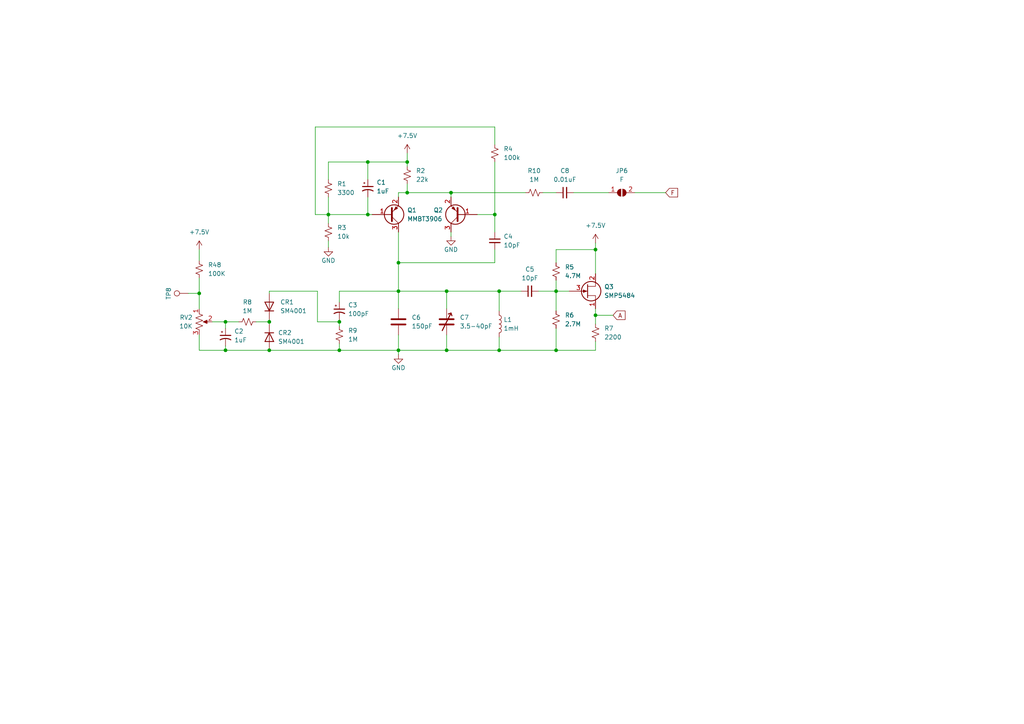
<source format=kicad_sch>
(kicad_sch (version 20211123) (generator eeschema)

  (uuid f4905a2a-dd81-4cdd-aabf-52ec1a83311c)

  (paper "A4")

  (lib_symbols
    (symbol "Connector:TestPoint" (pin_numbers hide) (pin_names (offset 0.762) hide) (in_bom yes) (on_board yes)
      (property "Reference" "TP" (id 0) (at 0 6.858 0)
        (effects (font (size 1.27 1.27)))
      )
      (property "Value" "TestPoint" (id 1) (at 0 5.08 0)
        (effects (font (size 1.27 1.27)))
      )
      (property "Footprint" "" (id 2) (at 5.08 0 0)
        (effects (font (size 1.27 1.27)) hide)
      )
      (property "Datasheet" "~" (id 3) (at 5.08 0 0)
        (effects (font (size 1.27 1.27)) hide)
      )
      (property "ki_keywords" "test point tp" (id 4) (at 0 0 0)
        (effects (font (size 1.27 1.27)) hide)
      )
      (property "ki_description" "test point" (id 5) (at 0 0 0)
        (effects (font (size 1.27 1.27)) hide)
      )
      (property "ki_fp_filters" "Pin* Test*" (id 6) (at 0 0 0)
        (effects (font (size 1.27 1.27)) hide)
      )
      (symbol "TestPoint_0_1"
        (circle (center 0 3.302) (radius 0.762)
          (stroke (width 0) (type default) (color 0 0 0 0))
          (fill (type none))
        )
      )
      (symbol "TestPoint_1_1"
        (pin passive line (at 0 0 90) (length 2.54)
          (name "1" (effects (font (size 1.27 1.27))))
          (number "1" (effects (font (size 1.27 1.27))))
        )
      )
    )
    (symbol "Device:C" (pin_numbers hide) (pin_names (offset 0.254)) (in_bom yes) (on_board yes)
      (property "Reference" "C" (id 0) (at 0.635 2.54 0)
        (effects (font (size 1.27 1.27)) (justify left))
      )
      (property "Value" "C" (id 1) (at 0.635 -2.54 0)
        (effects (font (size 1.27 1.27)) (justify left))
      )
      (property "Footprint" "" (id 2) (at 0.9652 -3.81 0)
        (effects (font (size 1.27 1.27)) hide)
      )
      (property "Datasheet" "~" (id 3) (at 0 0 0)
        (effects (font (size 1.27 1.27)) hide)
      )
      (property "ki_keywords" "cap capacitor" (id 4) (at 0 0 0)
        (effects (font (size 1.27 1.27)) hide)
      )
      (property "ki_description" "Unpolarized capacitor" (id 5) (at 0 0 0)
        (effects (font (size 1.27 1.27)) hide)
      )
      (property "ki_fp_filters" "C_*" (id 6) (at 0 0 0)
        (effects (font (size 1.27 1.27)) hide)
      )
      (symbol "C_0_1"
        (polyline
          (pts
            (xy -2.032 -0.762)
            (xy 2.032 -0.762)
          )
          (stroke (width 0.508) (type default) (color 0 0 0 0))
          (fill (type none))
        )
        (polyline
          (pts
            (xy -2.032 0.762)
            (xy 2.032 0.762)
          )
          (stroke (width 0.508) (type default) (color 0 0 0 0))
          (fill (type none))
        )
      )
      (symbol "C_1_1"
        (pin passive line (at 0 3.81 270) (length 2.794)
          (name "~" (effects (font (size 1.27 1.27))))
          (number "1" (effects (font (size 1.27 1.27))))
        )
        (pin passive line (at 0 -3.81 90) (length 2.794)
          (name "~" (effects (font (size 1.27 1.27))))
          (number "2" (effects (font (size 1.27 1.27))))
        )
      )
    )
    (symbol "Device:C_Polarized_Small_US" (pin_numbers hide) (pin_names (offset 0.254) hide) (in_bom yes) (on_board yes)
      (property "Reference" "C" (id 0) (at 0.254 1.778 0)
        (effects (font (size 1.27 1.27)) (justify left))
      )
      (property "Value" "C_Polarized_Small_US" (id 1) (at 0.254 -2.032 0)
        (effects (font (size 1.27 1.27)) (justify left))
      )
      (property "Footprint" "" (id 2) (at 0 0 0)
        (effects (font (size 1.27 1.27)) hide)
      )
      (property "Datasheet" "~" (id 3) (at 0 0 0)
        (effects (font (size 1.27 1.27)) hide)
      )
      (property "ki_keywords" "cap capacitor" (id 4) (at 0 0 0)
        (effects (font (size 1.27 1.27)) hide)
      )
      (property "ki_description" "Polarized capacitor, small US symbol" (id 5) (at 0 0 0)
        (effects (font (size 1.27 1.27)) hide)
      )
      (property "ki_fp_filters" "CP_*" (id 6) (at 0 0 0)
        (effects (font (size 1.27 1.27)) hide)
      )
      (symbol "C_Polarized_Small_US_0_1"
        (polyline
          (pts
            (xy -1.524 0.508)
            (xy 1.524 0.508)
          )
          (stroke (width 0.3048) (type default) (color 0 0 0 0))
          (fill (type none))
        )
        (polyline
          (pts
            (xy -1.27 1.524)
            (xy -0.762 1.524)
          )
          (stroke (width 0) (type default) (color 0 0 0 0))
          (fill (type none))
        )
        (polyline
          (pts
            (xy -1.016 1.27)
            (xy -1.016 1.778)
          )
          (stroke (width 0) (type default) (color 0 0 0 0))
          (fill (type none))
        )
        (arc (start 1.524 -0.762) (mid 0 -0.3734) (end -1.524 -0.762)
          (stroke (width 0.3048) (type default) (color 0 0 0 0))
          (fill (type none))
        )
      )
      (symbol "C_Polarized_Small_US_1_1"
        (pin passive line (at 0 2.54 270) (length 2.032)
          (name "~" (effects (font (size 1.27 1.27))))
          (number "1" (effects (font (size 1.27 1.27))))
        )
        (pin passive line (at 0 -2.54 90) (length 2.032)
          (name "~" (effects (font (size 1.27 1.27))))
          (number "2" (effects (font (size 1.27 1.27))))
        )
      )
    )
    (symbol "Device:C_Small" (pin_numbers hide) (pin_names (offset 0.254) hide) (in_bom yes) (on_board yes)
      (property "Reference" "C" (id 0) (at 0.254 1.778 0)
        (effects (font (size 1.27 1.27)) (justify left))
      )
      (property "Value" "C_Small" (id 1) (at 0.254 -2.032 0)
        (effects (font (size 1.27 1.27)) (justify left))
      )
      (property "Footprint" "" (id 2) (at 0 0 0)
        (effects (font (size 1.27 1.27)) hide)
      )
      (property "Datasheet" "~" (id 3) (at 0 0 0)
        (effects (font (size 1.27 1.27)) hide)
      )
      (property "ki_keywords" "capacitor cap" (id 4) (at 0 0 0)
        (effects (font (size 1.27 1.27)) hide)
      )
      (property "ki_description" "Unpolarized capacitor, small symbol" (id 5) (at 0 0 0)
        (effects (font (size 1.27 1.27)) hide)
      )
      (property "ki_fp_filters" "C_*" (id 6) (at 0 0 0)
        (effects (font (size 1.27 1.27)) hide)
      )
      (symbol "C_Small_0_1"
        (polyline
          (pts
            (xy -1.524 -0.508)
            (xy 1.524 -0.508)
          )
          (stroke (width 0.3302) (type default) (color 0 0 0 0))
          (fill (type none))
        )
        (polyline
          (pts
            (xy -1.524 0.508)
            (xy 1.524 0.508)
          )
          (stroke (width 0.3048) (type default) (color 0 0 0 0))
          (fill (type none))
        )
      )
      (symbol "C_Small_1_1"
        (pin passive line (at 0 2.54 270) (length 2.032)
          (name "~" (effects (font (size 1.27 1.27))))
          (number "1" (effects (font (size 1.27 1.27))))
        )
        (pin passive line (at 0 -2.54 90) (length 2.032)
          (name "~" (effects (font (size 1.27 1.27))))
          (number "2" (effects (font (size 1.27 1.27))))
        )
      )
    )
    (symbol "Device:C_Variable" (pin_numbers hide) (pin_names (offset 0.254) hide) (in_bom yes) (on_board yes)
      (property "Reference" "C" (id 0) (at 0.635 -1.905 0)
        (effects (font (size 1.27 1.27)) (justify left))
      )
      (property "Value" "C_Variable" (id 1) (at 0.635 -3.81 0)
        (effects (font (size 1.27 1.27)) (justify left))
      )
      (property "Footprint" "" (id 2) (at 0 0 0)
        (effects (font (size 1.27 1.27)) hide)
      )
      (property "Datasheet" "~" (id 3) (at 0 0 0)
        (effects (font (size 1.27 1.27)) hide)
      )
      (property "ki_keywords" "trimmer capacitor" (id 4) (at 0 0 0)
        (effects (font (size 1.27 1.27)) hide)
      )
      (property "ki_description" "Variable capacitor" (id 5) (at 0 0 0)
        (effects (font (size 1.27 1.27)) hide)
      )
      (symbol "C_Variable_0_1"
        (polyline
          (pts
            (xy -2.032 -0.762)
            (xy 2.032 -0.762)
          )
          (stroke (width 0.508) (type default) (color 0 0 0 0))
          (fill (type none))
        )
        (polyline
          (pts
            (xy -2.032 0.762)
            (xy 2.032 0.762)
          )
          (stroke (width 0.508) (type default) (color 0 0 0 0))
          (fill (type none))
        )
        (polyline
          (pts
            (xy 1.27 2.54)
            (xy -1.27 -2.54)
          )
          (stroke (width 0.3048) (type default) (color 0 0 0 0))
          (fill (type none))
        )
        (polyline
          (pts
            (xy 1.27 2.54)
            (xy 0.508 2.286)
          )
          (stroke (width 0.3048) (type default) (color 0 0 0 0))
          (fill (type none))
        )
        (polyline
          (pts
            (xy 1.27 2.54)
            (xy 1.524 1.778)
          )
          (stroke (width 0.3048) (type default) (color 0 0 0 0))
          (fill (type none))
        )
      )
      (symbol "C_Variable_1_1"
        (pin passive line (at 0 3.81 270) (length 3.048)
          (name "~" (effects (font (size 1.27 1.27))))
          (number "1" (effects (font (size 1.27 1.27))))
        )
        (pin passive line (at 0 -3.81 90) (length 3.048)
          (name "~" (effects (font (size 1.27 1.27))))
          (number "2" (effects (font (size 1.27 1.27))))
        )
      )
    )
    (symbol "Device:L" (pin_numbers hide) (pin_names (offset 1.016) hide) (in_bom yes) (on_board yes)
      (property "Reference" "L" (id 0) (at -1.27 0 90)
        (effects (font (size 1.27 1.27)))
      )
      (property "Value" "L" (id 1) (at 1.905 0 90)
        (effects (font (size 1.27 1.27)))
      )
      (property "Footprint" "" (id 2) (at 0 0 0)
        (effects (font (size 1.27 1.27)) hide)
      )
      (property "Datasheet" "~" (id 3) (at 0 0 0)
        (effects (font (size 1.27 1.27)) hide)
      )
      (property "ki_keywords" "inductor choke coil reactor magnetic" (id 4) (at 0 0 0)
        (effects (font (size 1.27 1.27)) hide)
      )
      (property "ki_description" "Inductor" (id 5) (at 0 0 0)
        (effects (font (size 1.27 1.27)) hide)
      )
      (property "ki_fp_filters" "Choke_* *Coil* Inductor_* L_*" (id 6) (at 0 0 0)
        (effects (font (size 1.27 1.27)) hide)
      )
      (symbol "L_0_1"
        (arc (start 0 -2.54) (mid 0.635 -1.905) (end 0 -1.27)
          (stroke (width 0) (type default) (color 0 0 0 0))
          (fill (type none))
        )
        (arc (start 0 -1.27) (mid 0.635 -0.635) (end 0 0)
          (stroke (width 0) (type default) (color 0 0 0 0))
          (fill (type none))
        )
        (arc (start 0 0) (mid 0.635 0.635) (end 0 1.27)
          (stroke (width 0) (type default) (color 0 0 0 0))
          (fill (type none))
        )
        (arc (start 0 1.27) (mid 0.635 1.905) (end 0 2.54)
          (stroke (width 0) (type default) (color 0 0 0 0))
          (fill (type none))
        )
      )
      (symbol "L_1_1"
        (pin passive line (at 0 3.81 270) (length 1.27)
          (name "1" (effects (font (size 1.27 1.27))))
          (number "1" (effects (font (size 1.27 1.27))))
        )
        (pin passive line (at 0 -3.81 90) (length 1.27)
          (name "2" (effects (font (size 1.27 1.27))))
          (number "2" (effects (font (size 1.27 1.27))))
        )
      )
    )
    (symbol "Device:Q_NJFET_SDG" (pin_names (offset 0) hide) (in_bom yes) (on_board yes)
      (property "Reference" "Q" (id 0) (at 5.08 1.27 0)
        (effects (font (size 1.27 1.27)) (justify left))
      )
      (property "Value" "Q_NJFET_SDG" (id 1) (at 5.08 -1.27 0)
        (effects (font (size 1.27 1.27)) (justify left))
      )
      (property "Footprint" "" (id 2) (at 5.08 2.54 0)
        (effects (font (size 1.27 1.27)) hide)
      )
      (property "Datasheet" "~" (id 3) (at 0 0 0)
        (effects (font (size 1.27 1.27)) hide)
      )
      (property "ki_keywords" "transistor NJFET N-JFET" (id 4) (at 0 0 0)
        (effects (font (size 1.27 1.27)) hide)
      )
      (property "ki_description" "N-JFET transistor, source/drain/gate" (id 5) (at 0 0 0)
        (effects (font (size 1.27 1.27)) hide)
      )
      (symbol "Q_NJFET_SDG_0_1"
        (polyline
          (pts
            (xy 0.254 1.905)
            (xy 0.254 -1.905)
            (xy 0.254 -1.905)
          )
          (stroke (width 0.254) (type default) (color 0 0 0 0))
          (fill (type none))
        )
        (polyline
          (pts
            (xy 2.54 -2.54)
            (xy 2.54 -1.27)
            (xy 0.254 -1.27)
          )
          (stroke (width 0) (type default) (color 0 0 0 0))
          (fill (type none))
        )
        (polyline
          (pts
            (xy 2.54 2.54)
            (xy 2.54 1.397)
            (xy 0.254 1.397)
          )
          (stroke (width 0) (type default) (color 0 0 0 0))
          (fill (type none))
        )
        (polyline
          (pts
            (xy 0 0)
            (xy -1.016 0.381)
            (xy -1.016 -0.381)
            (xy 0 0)
          )
          (stroke (width 0) (type default) (color 0 0 0 0))
          (fill (type outline))
        )
        (circle (center 1.27 0) (radius 2.8194)
          (stroke (width 0.254) (type default) (color 0 0 0 0))
          (fill (type none))
        )
      )
      (symbol "Q_NJFET_SDG_1_1"
        (pin passive line (at 2.54 -5.08 90) (length 2.54)
          (name "S" (effects (font (size 1.27 1.27))))
          (number "1" (effects (font (size 1.27 1.27))))
        )
        (pin passive line (at 2.54 5.08 270) (length 2.54)
          (name "D" (effects (font (size 1.27 1.27))))
          (number "2" (effects (font (size 1.27 1.27))))
        )
        (pin input line (at -5.08 0 0) (length 5.334)
          (name "G" (effects (font (size 1.27 1.27))))
          (number "3" (effects (font (size 1.27 1.27))))
        )
      )
    )
    (symbol "Device:R_Potentiometer_US" (pin_names (offset 1.016) hide) (in_bom yes) (on_board yes)
      (property "Reference" "RV" (id 0) (at -4.445 0 90)
        (effects (font (size 1.27 1.27)))
      )
      (property "Value" "R_Potentiometer_US" (id 1) (at -2.54 0 90)
        (effects (font (size 1.27 1.27)))
      )
      (property "Footprint" "" (id 2) (at 0 0 0)
        (effects (font (size 1.27 1.27)) hide)
      )
      (property "Datasheet" "~" (id 3) (at 0 0 0)
        (effects (font (size 1.27 1.27)) hide)
      )
      (property "ki_keywords" "resistor variable" (id 4) (at 0 0 0)
        (effects (font (size 1.27 1.27)) hide)
      )
      (property "ki_description" "Potentiometer, US symbol" (id 5) (at 0 0 0)
        (effects (font (size 1.27 1.27)) hide)
      )
      (property "ki_fp_filters" "Potentiometer*" (id 6) (at 0 0 0)
        (effects (font (size 1.27 1.27)) hide)
      )
      (symbol "R_Potentiometer_US_0_1"
        (polyline
          (pts
            (xy 0 -2.286)
            (xy 0 -2.54)
          )
          (stroke (width 0) (type default) (color 0 0 0 0))
          (fill (type none))
        )
        (polyline
          (pts
            (xy 0 2.54)
            (xy 0 2.286)
          )
          (stroke (width 0) (type default) (color 0 0 0 0))
          (fill (type none))
        )
        (polyline
          (pts
            (xy 2.54 0)
            (xy 1.524 0)
          )
          (stroke (width 0) (type default) (color 0 0 0 0))
          (fill (type none))
        )
        (polyline
          (pts
            (xy 1.143 0)
            (xy 2.286 0.508)
            (xy 2.286 -0.508)
            (xy 1.143 0)
          )
          (stroke (width 0) (type default) (color 0 0 0 0))
          (fill (type outline))
        )
        (polyline
          (pts
            (xy 0 -0.762)
            (xy 1.016 -1.143)
            (xy 0 -1.524)
            (xy -1.016 -1.905)
            (xy 0 -2.286)
          )
          (stroke (width 0) (type default) (color 0 0 0 0))
          (fill (type none))
        )
        (polyline
          (pts
            (xy 0 0.762)
            (xy 1.016 0.381)
            (xy 0 0)
            (xy -1.016 -0.381)
            (xy 0 -0.762)
          )
          (stroke (width 0) (type default) (color 0 0 0 0))
          (fill (type none))
        )
        (polyline
          (pts
            (xy 0 2.286)
            (xy 1.016 1.905)
            (xy 0 1.524)
            (xy -1.016 1.143)
            (xy 0 0.762)
          )
          (stroke (width 0) (type default) (color 0 0 0 0))
          (fill (type none))
        )
      )
      (symbol "R_Potentiometer_US_1_1"
        (pin passive line (at 0 3.81 270) (length 1.27)
          (name "1" (effects (font (size 1.27 1.27))))
          (number "1" (effects (font (size 1.27 1.27))))
        )
        (pin passive line (at 3.81 0 180) (length 1.27)
          (name "2" (effects (font (size 1.27 1.27))))
          (number "2" (effects (font (size 1.27 1.27))))
        )
        (pin passive line (at 0 -3.81 90) (length 1.27)
          (name "3" (effects (font (size 1.27 1.27))))
          (number "3" (effects (font (size 1.27 1.27))))
        )
      )
    )
    (symbol "Device:R_Small_US" (pin_numbers hide) (pin_names (offset 0.254) hide) (in_bom yes) (on_board yes)
      (property "Reference" "R" (id 0) (at 0.762 0.508 0)
        (effects (font (size 1.27 1.27)) (justify left))
      )
      (property "Value" "R_Small_US" (id 1) (at 0.762 -1.016 0)
        (effects (font (size 1.27 1.27)) (justify left))
      )
      (property "Footprint" "" (id 2) (at 0 0 0)
        (effects (font (size 1.27 1.27)) hide)
      )
      (property "Datasheet" "~" (id 3) (at 0 0 0)
        (effects (font (size 1.27 1.27)) hide)
      )
      (property "ki_keywords" "r resistor" (id 4) (at 0 0 0)
        (effects (font (size 1.27 1.27)) hide)
      )
      (property "ki_description" "Resistor, small US symbol" (id 5) (at 0 0 0)
        (effects (font (size 1.27 1.27)) hide)
      )
      (property "ki_fp_filters" "R_*" (id 6) (at 0 0 0)
        (effects (font (size 1.27 1.27)) hide)
      )
      (symbol "R_Small_US_1_1"
        (polyline
          (pts
            (xy 0 0)
            (xy 1.016 -0.381)
            (xy 0 -0.762)
            (xy -1.016 -1.143)
            (xy 0 -1.524)
          )
          (stroke (width 0) (type default) (color 0 0 0 0))
          (fill (type none))
        )
        (polyline
          (pts
            (xy 0 1.524)
            (xy 1.016 1.143)
            (xy 0 0.762)
            (xy -1.016 0.381)
            (xy 0 0)
          )
          (stroke (width 0) (type default) (color 0 0 0 0))
          (fill (type none))
        )
        (pin passive line (at 0 2.54 270) (length 1.016)
          (name "~" (effects (font (size 1.27 1.27))))
          (number "1" (effects (font (size 1.27 1.27))))
        )
        (pin passive line (at 0 -2.54 90) (length 1.016)
          (name "~" (effects (font (size 1.27 1.27))))
          (number "2" (effects (font (size 1.27 1.27))))
        )
      )
    )
    (symbol "Diode:SM4001" (pin_numbers hide) (pin_names (offset 1.016) hide) (in_bom yes) (on_board yes)
      (property "Reference" "D" (id 0) (at 0 2.54 0)
        (effects (font (size 1.27 1.27)))
      )
      (property "Value" "SM4001" (id 1) (at 0 -2.54 0)
        (effects (font (size 1.27 1.27)))
      )
      (property "Footprint" "Diode_SMD:D_MELF" (id 2) (at 0 -4.445 0)
        (effects (font (size 1.27 1.27)) hide)
      )
      (property "Datasheet" "http://cdn-reichelt.de/documents/datenblatt/A400/SMD1N400%23DIO.pdf" (id 3) (at 0 0 0)
        (effects (font (size 1.27 1.27)) hide)
      )
      (property "ki_keywords" "diode" (id 4) (at 0 0 0)
        (effects (font (size 1.27 1.27)) hide)
      )
      (property "ki_description" "50V 1A General Purpose Rectifier Diode, MELF" (id 5) (at 0 0 0)
        (effects (font (size 1.27 1.27)) hide)
      )
      (property "ki_fp_filters" "D*MELF*" (id 6) (at 0 0 0)
        (effects (font (size 1.27 1.27)) hide)
      )
      (symbol "SM4001_0_1"
        (polyline
          (pts
            (xy -1.27 1.27)
            (xy -1.27 -1.27)
          )
          (stroke (width 0.254) (type default) (color 0 0 0 0))
          (fill (type none))
        )
        (polyline
          (pts
            (xy 1.27 0)
            (xy -1.27 0)
          )
          (stroke (width 0) (type default) (color 0 0 0 0))
          (fill (type none))
        )
        (polyline
          (pts
            (xy 1.27 1.27)
            (xy 1.27 -1.27)
            (xy -1.27 0)
            (xy 1.27 1.27)
          )
          (stroke (width 0.254) (type default) (color 0 0 0 0))
          (fill (type none))
        )
      )
      (symbol "SM4001_1_1"
        (pin passive line (at -3.81 0 0) (length 2.54)
          (name "K" (effects (font (size 1.27 1.27))))
          (number "1" (effects (font (size 1.27 1.27))))
        )
        (pin passive line (at 3.81 0 180) (length 2.54)
          (name "A" (effects (font (size 1.27 1.27))))
          (number "2" (effects (font (size 1.27 1.27))))
        )
      )
    )
    (symbol "Jumper:SolderJumper_2_Open" (pin_names (offset 0) hide) (in_bom yes) (on_board yes)
      (property "Reference" "JP" (id 0) (at 0 2.032 0)
        (effects (font (size 1.27 1.27)))
      )
      (property "Value" "SolderJumper_2_Open" (id 1) (at 0 -2.54 0)
        (effects (font (size 1.27 1.27)))
      )
      (property "Footprint" "" (id 2) (at 0 0 0)
        (effects (font (size 1.27 1.27)) hide)
      )
      (property "Datasheet" "~" (id 3) (at 0 0 0)
        (effects (font (size 1.27 1.27)) hide)
      )
      (property "ki_keywords" "solder jumper SPST" (id 4) (at 0 0 0)
        (effects (font (size 1.27 1.27)) hide)
      )
      (property "ki_description" "Solder Jumper, 2-pole, open" (id 5) (at 0 0 0)
        (effects (font (size 1.27 1.27)) hide)
      )
      (property "ki_fp_filters" "SolderJumper*Open*" (id 6) (at 0 0 0)
        (effects (font (size 1.27 1.27)) hide)
      )
      (symbol "SolderJumper_2_Open_0_1"
        (arc (start -0.254 1.016) (mid -1.27 0) (end -0.254 -1.016)
          (stroke (width 0) (type default) (color 0 0 0 0))
          (fill (type none))
        )
        (arc (start -0.254 1.016) (mid -1.27 0) (end -0.254 -1.016)
          (stroke (width 0) (type default) (color 0 0 0 0))
          (fill (type outline))
        )
        (polyline
          (pts
            (xy -0.254 1.016)
            (xy -0.254 -1.016)
          )
          (stroke (width 0) (type default) (color 0 0 0 0))
          (fill (type none))
        )
        (polyline
          (pts
            (xy 0.254 1.016)
            (xy 0.254 -1.016)
          )
          (stroke (width 0) (type default) (color 0 0 0 0))
          (fill (type none))
        )
        (arc (start 0.254 -1.016) (mid 1.27 0) (end 0.254 1.016)
          (stroke (width 0) (type default) (color 0 0 0 0))
          (fill (type none))
        )
        (arc (start 0.254 -1.016) (mid 1.27 0) (end 0.254 1.016)
          (stroke (width 0) (type default) (color 0 0 0 0))
          (fill (type outline))
        )
      )
      (symbol "SolderJumper_2_Open_1_1"
        (pin passive line (at -3.81 0 0) (length 2.54)
          (name "A" (effects (font (size 1.27 1.27))))
          (number "1" (effects (font (size 1.27 1.27))))
        )
        (pin passive line (at 3.81 0 180) (length 2.54)
          (name "B" (effects (font (size 1.27 1.27))))
          (number "2" (effects (font (size 1.27 1.27))))
        )
      )
    )
    (symbol "Transistor_BJT:MMBT3906" (pin_names (offset 0) hide) (in_bom yes) (on_board yes)
      (property "Reference" "Q" (id 0) (at 5.08 1.905 0)
        (effects (font (size 1.27 1.27)) (justify left))
      )
      (property "Value" "MMBT3906" (id 1) (at 5.08 0 0)
        (effects (font (size 1.27 1.27)) (justify left))
      )
      (property "Footprint" "Package_TO_SOT_SMD:SOT-23" (id 2) (at 5.08 -1.905 0)
        (effects (font (size 1.27 1.27) italic) (justify left) hide)
      )
      (property "Datasheet" "https://www.onsemi.com/pub/Collateral/2N3906-D.PDF" (id 3) (at 0 0 0)
        (effects (font (size 1.27 1.27)) (justify left) hide)
      )
      (property "ki_keywords" "PNP Transistor" (id 4) (at 0 0 0)
        (effects (font (size 1.27 1.27)) hide)
      )
      (property "ki_description" "-0.2A Ic, -40V Vce, Small Signal PNP Transistor, SOT-23" (id 5) (at 0 0 0)
        (effects (font (size 1.27 1.27)) hide)
      )
      (property "ki_fp_filters" "SOT?23*" (id 6) (at 0 0 0)
        (effects (font (size 1.27 1.27)) hide)
      )
      (symbol "MMBT3906_0_1"
        (polyline
          (pts
            (xy 0.635 0.635)
            (xy 2.54 2.54)
          )
          (stroke (width 0) (type default) (color 0 0 0 0))
          (fill (type none))
        )
        (polyline
          (pts
            (xy 0.635 -0.635)
            (xy 2.54 -2.54)
            (xy 2.54 -2.54)
          )
          (stroke (width 0) (type default) (color 0 0 0 0))
          (fill (type none))
        )
        (polyline
          (pts
            (xy 0.635 1.905)
            (xy 0.635 -1.905)
            (xy 0.635 -1.905)
          )
          (stroke (width 0.508) (type default) (color 0 0 0 0))
          (fill (type none))
        )
        (polyline
          (pts
            (xy 2.286 -1.778)
            (xy 1.778 -2.286)
            (xy 1.27 -1.27)
            (xy 2.286 -1.778)
            (xy 2.286 -1.778)
          )
          (stroke (width 0) (type default) (color 0 0 0 0))
          (fill (type outline))
        )
        (circle (center 1.27 0) (radius 2.8194)
          (stroke (width 0.254) (type default) (color 0 0 0 0))
          (fill (type none))
        )
      )
      (symbol "MMBT3906_1_1"
        (pin input line (at -5.08 0 0) (length 5.715)
          (name "B" (effects (font (size 1.27 1.27))))
          (number "1" (effects (font (size 1.27 1.27))))
        )
        (pin passive line (at 2.54 -5.08 90) (length 2.54)
          (name "E" (effects (font (size 1.27 1.27))))
          (number "2" (effects (font (size 1.27 1.27))))
        )
        (pin passive line (at 2.54 5.08 270) (length 2.54)
          (name "C" (effects (font (size 1.27 1.27))))
          (number "3" (effects (font (size 1.27 1.27))))
        )
      )
    )
    (symbol "power:+7.5V" (power) (pin_names (offset 0)) (in_bom yes) (on_board yes)
      (property "Reference" "#PWR" (id 0) (at 0 -3.81 0)
        (effects (font (size 1.27 1.27)) hide)
      )
      (property "Value" "+7.5V" (id 1) (at 0 3.556 0)
        (effects (font (size 1.27 1.27)))
      )
      (property "Footprint" "" (id 2) (at 0 0 0)
        (effects (font (size 1.27 1.27)) hide)
      )
      (property "Datasheet" "" (id 3) (at 0 0 0)
        (effects (font (size 1.27 1.27)) hide)
      )
      (property "ki_keywords" "power-flag" (id 4) (at 0 0 0)
        (effects (font (size 1.27 1.27)) hide)
      )
      (property "ki_description" "Power symbol creates a global label with name \"+7.5V\"" (id 5) (at 0 0 0)
        (effects (font (size 1.27 1.27)) hide)
      )
      (symbol "+7.5V_0_1"
        (polyline
          (pts
            (xy -0.762 1.27)
            (xy 0 2.54)
          )
          (stroke (width 0) (type default) (color 0 0 0 0))
          (fill (type none))
        )
        (polyline
          (pts
            (xy 0 0)
            (xy 0 2.54)
          )
          (stroke (width 0) (type default) (color 0 0 0 0))
          (fill (type none))
        )
        (polyline
          (pts
            (xy 0 2.54)
            (xy 0.762 1.27)
          )
          (stroke (width 0) (type default) (color 0 0 0 0))
          (fill (type none))
        )
      )
      (symbol "+7.5V_1_1"
        (pin power_in line (at 0 0 90) (length 0) hide
          (name "+7.5V" (effects (font (size 1.27 1.27))))
          (number "1" (effects (font (size 1.27 1.27))))
        )
      )
    )
    (symbol "power:GND" (power) (pin_names (offset 0)) (in_bom yes) (on_board yes)
      (property "Reference" "#PWR" (id 0) (at 0 -6.35 0)
        (effects (font (size 1.27 1.27)) hide)
      )
      (property "Value" "GND" (id 1) (at 0 -3.81 0)
        (effects (font (size 1.27 1.27)))
      )
      (property "Footprint" "" (id 2) (at 0 0 0)
        (effects (font (size 1.27 1.27)) hide)
      )
      (property "Datasheet" "" (id 3) (at 0 0 0)
        (effects (font (size 1.27 1.27)) hide)
      )
      (property "ki_keywords" "power-flag" (id 4) (at 0 0 0)
        (effects (font (size 1.27 1.27)) hide)
      )
      (property "ki_description" "Power symbol creates a global label with name \"GND\" , ground" (id 5) (at 0 0 0)
        (effects (font (size 1.27 1.27)) hide)
      )
      (symbol "GND_0_1"
        (polyline
          (pts
            (xy 0 0)
            (xy 0 -1.27)
            (xy 1.27 -1.27)
            (xy 0 -2.54)
            (xy -1.27 -1.27)
            (xy 0 -1.27)
          )
          (stroke (width 0) (type default) (color 0 0 0 0))
          (fill (type none))
        )
      )
      (symbol "GND_1_1"
        (pin power_in line (at 0 0 270) (length 0) hide
          (name "GND" (effects (font (size 1.27 1.27))))
          (number "1" (effects (font (size 1.27 1.27))))
        )
      )
    )
  )

  (junction (at 115.57 84.455) (diameter 0) (color 0 0 0 0)
    (uuid 130fd428-2951-4938-97c9-58585a5b8325)
  )
  (junction (at 98.425 101.6) (diameter 0) (color 0 0 0 0)
    (uuid 1d03985d-6e37-4fcd-b452-29c14b56bd2f)
  )
  (junction (at 118.11 46.99) (diameter 0) (color 0 0 0 0)
    (uuid 2bccbaba-3a4a-4228-92c2-0d8f69fb96c8)
  )
  (junction (at 65.405 101.6) (diameter 0) (color 0 0 0 0)
    (uuid 2f1525c4-29c7-4816-bbb6-1c950f2eb2d1)
  )
  (junction (at 161.29 101.6) (diameter 0) (color 0 0 0 0)
    (uuid 35327e2a-e7d2-4ef5-a81e-64adfa681e9a)
  )
  (junction (at 65.405 93.345) (diameter 0) (color 0 0 0 0)
    (uuid 381837ea-038c-4a8b-89df-5ab4a4dcbdc6)
  )
  (junction (at 98.425 93.345) (diameter 0) (color 0 0 0 0)
    (uuid 3dca5ba7-d836-43c3-b8ba-c250a43be3b3)
  )
  (junction (at 95.25 62.23) (diameter 0) (color 0 0 0 0)
    (uuid 41e4fa15-8fdc-4d56-b7d2-d343ca47717a)
  )
  (junction (at 172.72 72.39) (diameter 0) (color 0 0 0 0)
    (uuid 57e056c7-b820-4a5a-9768-5305a5747475)
  )
  (junction (at 106.68 46.99) (diameter 0) (color 0 0 0 0)
    (uuid 621a9df4-ff47-4224-bf9b-e5b5b95f79dd)
  )
  (junction (at 118.11 55.88) (diameter 0) (color 0 0 0 0)
    (uuid 6db7b496-e0ee-4264-9705-a42a3744b4d6)
  )
  (junction (at 172.72 91.44) (diameter 0) (color 0 0 0 0)
    (uuid 75f7c74d-d8d1-439b-b709-0889c02cb94b)
  )
  (junction (at 106.68 62.23) (diameter 0) (color 0 0 0 0)
    (uuid 7a495ff0-a6cc-4734-808e-39526ebabd63)
  )
  (junction (at 115.57 76.2) (diameter 0) (color 0 0 0 0)
    (uuid 8e12c717-3f31-4006-a458-c25b44b85ca4)
  )
  (junction (at 144.78 84.455) (diameter 0) (color 0 0 0 0)
    (uuid 8e8c0f0a-015d-414c-bcba-2da4f1597f7f)
  )
  (junction (at 115.57 101.6) (diameter 0) (color 0 0 0 0)
    (uuid 8edd092a-1221-4bb0-a86c-680c438f2e79)
  )
  (junction (at 78.105 101.6) (diameter 0) (color 0 0 0 0)
    (uuid 9f6cb614-27a5-49a3-91b7-7050fc427f64)
  )
  (junction (at 57.785 85.09) (diameter 0) (color 0 0 0 0)
    (uuid aaebd466-b2ac-4d01-913b-95b858e83cf5)
  )
  (junction (at 144.78 101.6) (diameter 0) (color 0 0 0 0)
    (uuid abf8e084-ca77-4d9a-b361-55b8f6814bb5)
  )
  (junction (at 143.51 62.23) (diameter 0) (color 0 0 0 0)
    (uuid c18135a3-2a61-46a7-99d9-5e61d23c68b2)
  )
  (junction (at 130.81 55.88) (diameter 0) (color 0 0 0 0)
    (uuid d043c5d2-8eaa-42f2-beb0-9d7d25039635)
  )
  (junction (at 161.29 84.455) (diameter 0) (color 0 0 0 0)
    (uuid d504cb38-d7f1-4aaf-a4d9-03cfda6081aa)
  )
  (junction (at 78.105 93.345) (diameter 0) (color 0 0 0 0)
    (uuid f3eba5b1-1557-403b-9f1d-8511c9597cfe)
  )
  (junction (at 129.54 84.455) (diameter 0) (color 0 0 0 0)
    (uuid f93e84e0-1a9f-4d22-8a43-ee7a5223443a)
  )
  (junction (at 129.54 101.6) (diameter 0) (color 0 0 0 0)
    (uuid febae4bc-3d0c-4981-b175-9072e648cbbf)
  )

  (wire (pts (xy 65.405 93.345) (xy 69.215 93.345))
    (stroke (width 0) (type default) (color 0 0 0 0))
    (uuid 019e469d-d0ef-47dd-996b-c27a3147c520)
  )
  (wire (pts (xy 138.43 62.23) (xy 143.51 62.23))
    (stroke (width 0) (type default) (color 0 0 0 0))
    (uuid 01ea9988-e178-45e9-a0e8-494f073ad77b)
  )
  (wire (pts (xy 144.78 101.6) (xy 161.29 101.6))
    (stroke (width 0) (type default) (color 0 0 0 0))
    (uuid 01f42995-927f-40ed-981c-b60c7ef89e51)
  )
  (wire (pts (xy 54.61 85.09) (xy 57.785 85.09))
    (stroke (width 0) (type default) (color 0 0 0 0))
    (uuid 08d7905f-363a-4c51-99aa-886d1bb5115f)
  )
  (wire (pts (xy 118.11 44.45) (xy 118.11 46.99))
    (stroke (width 0) (type default) (color 0 0 0 0))
    (uuid 0f2289ae-aeb8-4ec3-9c17-e9d32a9183c1)
  )
  (wire (pts (xy 95.25 62.23) (xy 95.25 64.77))
    (stroke (width 0) (type default) (color 0 0 0 0))
    (uuid 145319dd-84a0-44cb-946d-493c25bfd847)
  )
  (wire (pts (xy 95.25 46.99) (xy 106.68 46.99))
    (stroke (width 0) (type default) (color 0 0 0 0))
    (uuid 16502411-99ca-4160-8f7a-ec8f190bb0a6)
  )
  (wire (pts (xy 95.25 69.85) (xy 95.25 71.755))
    (stroke (width 0) (type default) (color 0 0 0 0))
    (uuid 1a824619-bfac-491b-bc30-e596844267e7)
  )
  (wire (pts (xy 98.425 99.695) (xy 98.425 101.6))
    (stroke (width 0) (type default) (color 0 0 0 0))
    (uuid 1c04b7f1-568a-4a25-bdd2-a984c6378ddb)
  )
  (wire (pts (xy 78.105 92.71) (xy 78.105 93.345))
    (stroke (width 0) (type default) (color 0 0 0 0))
    (uuid 1c66ee77-18e3-4d7c-8906-e134b8a80e7f)
  )
  (wire (pts (xy 115.57 97.155) (xy 115.57 101.6))
    (stroke (width 0) (type default) (color 0 0 0 0))
    (uuid 22489dd4-d0da-4a1c-b345-95adaab645a7)
  )
  (wire (pts (xy 61.595 93.345) (xy 65.405 93.345))
    (stroke (width 0) (type default) (color 0 0 0 0))
    (uuid 22b56763-d02a-4d30-a685-571509c6f6cd)
  )
  (wire (pts (xy 161.29 76.2) (xy 161.29 72.39))
    (stroke (width 0) (type default) (color 0 0 0 0))
    (uuid 29787636-aded-4aba-a2c9-18072cdfb0ed)
  )
  (wire (pts (xy 143.51 62.23) (xy 143.51 67.31))
    (stroke (width 0) (type default) (color 0 0 0 0))
    (uuid 2ef2d1be-213d-4a98-bf55-dd2fac0959ce)
  )
  (wire (pts (xy 143.51 46.99) (xy 143.51 62.23))
    (stroke (width 0) (type default) (color 0 0 0 0))
    (uuid 30c8db13-7b96-4007-bb31-71314ba16650)
  )
  (wire (pts (xy 115.57 101.6) (xy 129.54 101.6))
    (stroke (width 0) (type default) (color 0 0 0 0))
    (uuid 3192eb52-242a-44cf-8b4b-861df875230b)
  )
  (wire (pts (xy 98.425 92.71) (xy 98.425 93.345))
    (stroke (width 0) (type default) (color 0 0 0 0))
    (uuid 35baf8c9-815f-4f78-9d35-245e914132f9)
  )
  (wire (pts (xy 106.68 46.99) (xy 106.68 52.07))
    (stroke (width 0) (type default) (color 0 0 0 0))
    (uuid 3e4f41d9-0c58-45dd-9890-8e98ee0a8c22)
  )
  (wire (pts (xy 78.105 84.455) (xy 78.105 85.09))
    (stroke (width 0) (type default) (color 0 0 0 0))
    (uuid 4376714b-8b2d-4c09-896d-42d2cb90fd59)
  )
  (wire (pts (xy 161.29 101.6) (xy 172.72 101.6))
    (stroke (width 0) (type default) (color 0 0 0 0))
    (uuid 444aee9b-03e9-489c-a6c5-02d4e9155188)
  )
  (wire (pts (xy 106.68 57.15) (xy 106.68 62.23))
    (stroke (width 0) (type default) (color 0 0 0 0))
    (uuid 44513ac9-6028-4e65-8198-5d4b820015bd)
  )
  (wire (pts (xy 98.425 93.345) (xy 98.425 94.615))
    (stroke (width 0) (type default) (color 0 0 0 0))
    (uuid 483c5370-95f8-414c-992b-9f84268234c3)
  )
  (wire (pts (xy 95.25 46.99) (xy 95.25 52.07))
    (stroke (width 0) (type default) (color 0 0 0 0))
    (uuid 4f09c303-078b-49ef-ae3b-088120a4e474)
  )
  (wire (pts (xy 65.405 93.345) (xy 65.405 95.25))
    (stroke (width 0) (type default) (color 0 0 0 0))
    (uuid 5400ff11-6cfc-45c7-ada4-df7a2fda2999)
  )
  (wire (pts (xy 57.785 85.09) (xy 57.785 89.535))
    (stroke (width 0) (type default) (color 0 0 0 0))
    (uuid 590e9245-8db6-436a-aed5-d7a64852c36c)
  )
  (wire (pts (xy 78.105 93.345) (xy 78.105 93.98))
    (stroke (width 0) (type default) (color 0 0 0 0))
    (uuid 592c2e48-5426-4941-a3c0-4422c1ecb0b8)
  )
  (wire (pts (xy 118.11 55.88) (xy 118.11 53.34))
    (stroke (width 0) (type default) (color 0 0 0 0))
    (uuid 5fff51e6-1574-4d13-8243-67769fa5cbf4)
  )
  (wire (pts (xy 57.785 80.645) (xy 57.785 85.09))
    (stroke (width 0) (type default) (color 0 0 0 0))
    (uuid 62a8128b-3517-48f0-bba2-f6870998a4b9)
  )
  (wire (pts (xy 91.44 36.83) (xy 91.44 62.23))
    (stroke (width 0) (type default) (color 0 0 0 0))
    (uuid 63f1c3b8-0d65-46c9-b7ce-3e7945ab2635)
  )
  (wire (pts (xy 172.72 101.6) (xy 172.72 99.06))
    (stroke (width 0) (type default) (color 0 0 0 0))
    (uuid 712caf5d-1182-462d-a2cf-4c70ae7f1726)
  )
  (wire (pts (xy 144.78 101.6) (xy 129.54 101.6))
    (stroke (width 0) (type default) (color 0 0 0 0))
    (uuid 72f97b3a-f143-42e4-b412-111819003a16)
  )
  (wire (pts (xy 106.68 46.99) (xy 118.11 46.99))
    (stroke (width 0) (type default) (color 0 0 0 0))
    (uuid 73230432-7cf6-4c25-8c3f-04323ed2c412)
  )
  (wire (pts (xy 172.72 89.535) (xy 172.72 91.44))
    (stroke (width 0) (type default) (color 0 0 0 0))
    (uuid 740d4a74-f5a3-4112-9a23-fd952bc1f0db)
  )
  (wire (pts (xy 98.425 84.455) (xy 115.57 84.455))
    (stroke (width 0) (type default) (color 0 0 0 0))
    (uuid 77039f04-239a-406e-8568-5d95d6ce0c09)
  )
  (wire (pts (xy 156.21 84.455) (xy 161.29 84.455))
    (stroke (width 0) (type default) (color 0 0 0 0))
    (uuid 7de4d256-a198-4e90-a59a-23591601c74a)
  )
  (wire (pts (xy 57.785 101.6) (xy 65.405 101.6))
    (stroke (width 0) (type default) (color 0 0 0 0))
    (uuid 82b3188d-a13d-44c4-9b06-6d9928bec9f0)
  )
  (wire (pts (xy 157.48 55.88) (xy 161.29 55.88))
    (stroke (width 0) (type default) (color 0 0 0 0))
    (uuid 83b9364b-7e16-4e37-97f8-47c63f3bd238)
  )
  (wire (pts (xy 161.29 72.39) (xy 172.72 72.39))
    (stroke (width 0) (type default) (color 0 0 0 0))
    (uuid 84a622a3-8a9e-4e08-8832-9c40e41870dc)
  )
  (wire (pts (xy 91.44 62.23) (xy 95.25 62.23))
    (stroke (width 0) (type default) (color 0 0 0 0))
    (uuid 84f2d881-2646-41a7-b39e-b7447cdbcdae)
  )
  (wire (pts (xy 115.57 55.88) (xy 118.11 55.88))
    (stroke (width 0) (type default) (color 0 0 0 0))
    (uuid 85278292-42b4-4af2-b122-a50a1a550ead)
  )
  (wire (pts (xy 98.425 93.345) (xy 92.075 93.345))
    (stroke (width 0) (type default) (color 0 0 0 0))
    (uuid 857ad2e1-927d-453f-86d8-2a6c9233c7dc)
  )
  (wire (pts (xy 74.295 93.345) (xy 78.105 93.345))
    (stroke (width 0) (type default) (color 0 0 0 0))
    (uuid 871a9da6-5ccc-4abd-b2e4-d3ffd00909e8)
  )
  (wire (pts (xy 172.72 91.44) (xy 177.8 91.44))
    (stroke (width 0) (type default) (color 0 0 0 0))
    (uuid 885094a5-d0c5-44b2-97c8-92076fc1dec7)
  )
  (wire (pts (xy 130.81 57.15) (xy 130.81 55.88))
    (stroke (width 0) (type default) (color 0 0 0 0))
    (uuid 88c15c6c-af77-4131-bac1-d54e1a0e3e5f)
  )
  (wire (pts (xy 130.81 55.88) (xy 152.4 55.88))
    (stroke (width 0) (type default) (color 0 0 0 0))
    (uuid 892a9cf3-094a-4084-9a34-d1738c4432c6)
  )
  (wire (pts (xy 161.29 95.25) (xy 161.29 101.6))
    (stroke (width 0) (type default) (color 0 0 0 0))
    (uuid 8bbb3b1a-8bb7-4050-97a1-b4553a8cbc3a)
  )
  (wire (pts (xy 129.54 84.455) (xy 129.54 89.535))
    (stroke (width 0) (type default) (color 0 0 0 0))
    (uuid 8c83f2b5-2178-4ad8-b63c-83611f5f3274)
  )
  (wire (pts (xy 92.075 84.455) (xy 78.105 84.455))
    (stroke (width 0) (type default) (color 0 0 0 0))
    (uuid 8d8d3f36-6c9a-4ecc-81bb-580891a2a8fb)
  )
  (wire (pts (xy 78.105 101.6) (xy 98.425 101.6))
    (stroke (width 0) (type default) (color 0 0 0 0))
    (uuid 8efefa1c-8b0a-4f92-ba4f-f268eddd946e)
  )
  (wire (pts (xy 65.405 100.33) (xy 65.405 101.6))
    (stroke (width 0) (type default) (color 0 0 0 0))
    (uuid 9041d7df-6119-4200-959c-0574e91fb55f)
  )
  (wire (pts (xy 115.57 101.6) (xy 115.57 102.87))
    (stroke (width 0) (type default) (color 0 0 0 0))
    (uuid 91190d8a-c74d-4adb-887e-134c943530fb)
  )
  (wire (pts (xy 92.075 93.345) (xy 92.075 84.455))
    (stroke (width 0) (type default) (color 0 0 0 0))
    (uuid 926c2c36-f214-4c37-b034-c3d4dc693285)
  )
  (wire (pts (xy 115.57 84.455) (xy 115.57 89.535))
    (stroke (width 0) (type default) (color 0 0 0 0))
    (uuid 9720c454-8f7a-4894-98f3-321fbf3ab085)
  )
  (wire (pts (xy 161.29 84.455) (xy 165.1 84.455))
    (stroke (width 0) (type default) (color 0 0 0 0))
    (uuid 984084f4-803f-4a29-a6ac-41c531317b55)
  )
  (wire (pts (xy 172.72 91.44) (xy 172.72 93.98))
    (stroke (width 0) (type default) (color 0 0 0 0))
    (uuid 9b1f5769-9b68-4d6c-a556-93367c54e521)
  )
  (wire (pts (xy 115.57 57.15) (xy 115.57 55.88))
    (stroke (width 0) (type default) (color 0 0 0 0))
    (uuid 9f31286b-e769-48af-a2bf-61cfbeca8bda)
  )
  (wire (pts (xy 118.11 55.88) (xy 130.81 55.88))
    (stroke (width 0) (type default) (color 0 0 0 0))
    (uuid a0bc41f0-b577-4369-b616-23e427568ec8)
  )
  (wire (pts (xy 57.785 72.39) (xy 57.785 75.565))
    (stroke (width 0) (type default) (color 0 0 0 0))
    (uuid a23f4683-79cc-487a-9451-2e46f7ebdeab)
  )
  (wire (pts (xy 172.72 72.39) (xy 172.72 70.485))
    (stroke (width 0) (type default) (color 0 0 0 0))
    (uuid a284b4ae-33a5-4afb-9c88-2fb32033caf2)
  )
  (wire (pts (xy 144.78 84.455) (xy 151.13 84.455))
    (stroke (width 0) (type default) (color 0 0 0 0))
    (uuid a547e962-f380-44cd-900f-7ffa751b43f4)
  )
  (wire (pts (xy 98.425 87.63) (xy 98.425 84.455))
    (stroke (width 0) (type default) (color 0 0 0 0))
    (uuid a89747e1-f0c3-441d-ab9e-cced6dd5509a)
  )
  (wire (pts (xy 129.54 97.155) (xy 129.54 101.6))
    (stroke (width 0) (type default) (color 0 0 0 0))
    (uuid aaa731b4-48f4-4235-a09f-cb7ed32bdd52)
  )
  (wire (pts (xy 143.51 72.39) (xy 143.51 76.2))
    (stroke (width 0) (type default) (color 0 0 0 0))
    (uuid ae25d380-5e56-4a6b-9ba4-549805ba9bd7)
  )
  (wire (pts (xy 130.81 67.31) (xy 130.81 68.58))
    (stroke (width 0) (type default) (color 0 0 0 0))
    (uuid af1af5bd-a66f-4895-bf23-00668c39b871)
  )
  (wire (pts (xy 98.425 101.6) (xy 115.57 101.6))
    (stroke (width 0) (type default) (color 0 0 0 0))
    (uuid be010ac3-1871-4eff-82b8-62bf1601b0ce)
  )
  (wire (pts (xy 118.11 46.99) (xy 118.11 48.26))
    (stroke (width 0) (type default) (color 0 0 0 0))
    (uuid bf516c05-986d-4e27-9707-e1e0f1ab9411)
  )
  (wire (pts (xy 172.72 72.39) (xy 172.72 79.375))
    (stroke (width 0) (type default) (color 0 0 0 0))
    (uuid c1f63d87-7469-4f67-aef4-7fae8db6681c)
  )
  (wire (pts (xy 161.29 84.455) (xy 161.29 90.17))
    (stroke (width 0) (type default) (color 0 0 0 0))
    (uuid c3978223-4a4f-467f-998d-a89057a08a4c)
  )
  (wire (pts (xy 65.405 101.6) (xy 78.105 101.6))
    (stroke (width 0) (type default) (color 0 0 0 0))
    (uuid c91fa368-3fdb-4f2f-a71b-aff9368ba93b)
  )
  (wire (pts (xy 144.78 84.455) (xy 144.78 90.17))
    (stroke (width 0) (type default) (color 0 0 0 0))
    (uuid cac3469d-e4a9-4524-893e-0d5ad3950ca7)
  )
  (wire (pts (xy 143.51 36.83) (xy 143.51 41.91))
    (stroke (width 0) (type default) (color 0 0 0 0))
    (uuid d03fa709-ca94-4a11-a122-1c8222bc2184)
  )
  (wire (pts (xy 106.68 62.23) (xy 107.95 62.23))
    (stroke (width 0) (type default) (color 0 0 0 0))
    (uuid d8f0bb70-5fe1-4422-ad30-b0eb382e1252)
  )
  (wire (pts (xy 144.78 97.79) (xy 144.78 101.6))
    (stroke (width 0) (type default) (color 0 0 0 0))
    (uuid de7175dc-744b-417d-98bd-1ee1451c81c9)
  )
  (wire (pts (xy 166.37 55.88) (xy 176.53 55.88))
    (stroke (width 0) (type default) (color 0 0 0 0))
    (uuid ded0831f-5761-4f12-83c6-ecf8be9e9093)
  )
  (wire (pts (xy 91.44 36.83) (xy 143.51 36.83))
    (stroke (width 0) (type default) (color 0 0 0 0))
    (uuid e048ea8f-a6ab-4989-8ac4-4bace9d73174)
  )
  (wire (pts (xy 129.54 84.455) (xy 144.78 84.455))
    (stroke (width 0) (type default) (color 0 0 0 0))
    (uuid e0ae65cb-c9cb-40af-bfc4-3577a16bd69a)
  )
  (wire (pts (xy 115.57 67.31) (xy 115.57 76.2))
    (stroke (width 0) (type default) (color 0 0 0 0))
    (uuid e0c04b5d-16cc-4332-a745-8e048fb60f40)
  )
  (wire (pts (xy 115.57 84.455) (xy 129.54 84.455))
    (stroke (width 0) (type default) (color 0 0 0 0))
    (uuid e11795c9-8b9a-484e-9de0-264fdf8a5a4f)
  )
  (wire (pts (xy 106.68 62.23) (xy 95.25 62.23))
    (stroke (width 0) (type default) (color 0 0 0 0))
    (uuid e2f0c024-8df6-474d-ac2c-e54da3f0ec40)
  )
  (wire (pts (xy 115.57 76.2) (xy 115.57 84.455))
    (stroke (width 0) (type default) (color 0 0 0 0))
    (uuid ebc0b299-122f-4884-aa72-5b152456b170)
  )
  (wire (pts (xy 161.29 84.455) (xy 161.29 81.28))
    (stroke (width 0) (type default) (color 0 0 0 0))
    (uuid f2d260c4-bb7c-40d9-a055-9b4e6318fca8)
  )
  (wire (pts (xy 184.15 55.88) (xy 193.04 55.88))
    (stroke (width 0) (type default) (color 0 0 0 0))
    (uuid f4d2fb30-590d-4a16-b5ff-a1e048cc4f58)
  )
  (wire (pts (xy 95.25 57.15) (xy 95.25 62.23))
    (stroke (width 0) (type default) (color 0 0 0 0))
    (uuid f4f552b8-e366-4b4c-a0f2-999403b8ec48)
  )
  (wire (pts (xy 143.51 76.2) (xy 115.57 76.2))
    (stroke (width 0) (type default) (color 0 0 0 0))
    (uuid f75f78da-1b82-4789-97e3-005e2bf6af49)
  )
  (wire (pts (xy 57.785 97.155) (xy 57.785 101.6))
    (stroke (width 0) (type default) (color 0 0 0 0))
    (uuid fa49958b-5863-4c64-b1c5-029de897516f)
  )

  (global_label "A" (shape input) (at 177.8 91.44 0) (fields_autoplaced)
    (effects (font (size 1.27 1.27)) (justify left))
    (uuid 25f6c46f-b675-4754-83b5-d82920bf226b)
    (property "Intersheet References" "${INTERSHEET_REFS}" (id 0) (at 181.3017 91.3606 0)
      (effects (font (size 1.27 1.27)) (justify left) hide)
    )
  )
  (global_label "F" (shape input) (at 193.04 55.88 0) (fields_autoplaced)
    (effects (font (size 1.27 1.27)) (justify left))
    (uuid c36aacdb-7089-40d0-8d12-93e769b9f8be)
    (property "Intersheet References" "${INTERSHEET_REFS}" (id 0) (at 196.5417 55.8006 0)
      (effects (font (size 1.27 1.27)) (justify left) hide)
    )
  )

  (symbol (lib_id "Device:C_Polarized_Small_US") (at 106.68 54.61 0) (unit 1)
    (in_bom yes) (on_board yes) (fields_autoplaced)
    (uuid 079650f6-7b15-4583-a56d-4a0c0a7675a2)
    (property "Reference" "C1" (id 0) (at 109.22 52.9081 0)
      (effects (font (size 1.27 1.27)) (justify left))
    )
    (property "Value" "1uF" (id 1) (at 109.22 55.4481 0)
      (effects (font (size 1.27 1.27)) (justify left))
    )
    (property "Footprint" "Capacitor_Tantalum_SMD:CP_EIA-2012-12_Kemet-R_Pad1.30x1.05mm_HandSolder" (id 2) (at 106.68 54.61 0)
      (effects (font (size 1.27 1.27)) hide)
    )
    (property "Datasheet" "https://www.mouser.com/ProductDetail/74-TMCP1E105KTRF" (id 3) (at 106.68 54.61 0)
      (effects (font (size 1.27 1.27)) hide)
    )
    (pin "1" (uuid a54fa457-d04e-4037-be7e-003fb81e7d49))
    (pin "2" (uuid e201ed62-ac42-4bab-b1eb-4e790291f809))
  )

  (symbol (lib_id "power:GND") (at 115.57 102.87 0) (unit 1)
    (in_bom yes) (on_board yes) (fields_autoplaced)
    (uuid 0c413c27-39d8-4356-896c-cd5c34ce664e)
    (property "Reference" "#PWR0102" (id 0) (at 115.57 109.22 0)
      (effects (font (size 1.27 1.27)) hide)
    )
    (property "Value" "GND" (id 1) (at 115.57 106.68 0))
    (property "Footprint" "" (id 2) (at 115.57 102.87 0)
      (effects (font (size 1.27 1.27)) hide)
    )
    (property "Datasheet" "" (id 3) (at 115.57 102.87 0)
      (effects (font (size 1.27 1.27)) hide)
    )
    (pin "1" (uuid 92eea534-5cce-4685-b2d4-1a3cb5dd0fbe))
  )

  (symbol (lib_id "Device:R_Small_US") (at 143.51 44.45 0) (unit 1)
    (in_bom yes) (on_board yes) (fields_autoplaced)
    (uuid 158f5a0a-5fc8-48ab-a010-70a210edd7d6)
    (property "Reference" "R4" (id 0) (at 146.05 43.1799 0)
      (effects (font (size 1.27 1.27)) (justify left))
    )
    (property "Value" "100k" (id 1) (at 146.05 45.7199 0)
      (effects (font (size 1.27 1.27)) (justify left))
    )
    (property "Footprint" "Resistor_SMD:R_0603_1608Metric" (id 2) (at 143.51 44.45 0)
      (effects (font (size 1.27 1.27)) hide)
    )
    (property "Datasheet" "https://www.mouser.com/ProductDetail/603-RC0603FR-07100KL" (id 3) (at 143.51 44.45 0)
      (effects (font (size 1.27 1.27)) hide)
    )
    (pin "1" (uuid a99acf50-4380-4d2b-9dfc-cdf9c3952534))
    (pin "2" (uuid 393c33b4-492f-4b43-a6cf-861f62ca4b51))
  )

  (symbol (lib_id "Device:C_Small") (at 143.51 69.85 0) (unit 1)
    (in_bom yes) (on_board yes) (fields_autoplaced)
    (uuid 190b135f-8da2-40ab-9080-bd9922010fad)
    (property "Reference" "C4" (id 0) (at 146.05 68.5862 0)
      (effects (font (size 1.27 1.27)) (justify left))
    )
    (property "Value" "10pF" (id 1) (at 146.05 71.1262 0)
      (effects (font (size 1.27 1.27)) (justify left))
    )
    (property "Footprint" "Capacitor_SMD:C_0603_1608Metric" (id 2) (at 143.51 69.85 0)
      (effects (font (size 1.27 1.27)) hide)
    )
    (property "Datasheet" "https://www.mouser.com/ProductDetail/80-C0603C100K3RAUTO" (id 3) (at 143.51 69.85 0)
      (effects (font (size 1.27 1.27)) hide)
    )
    (pin "1" (uuid 6c948cdd-071f-4741-b384-c07d6c1a728f))
    (pin "2" (uuid d64ff53a-7e16-45f5-8f68-a91a4bd01a6e))
  )

  (symbol (lib_id "Transistor_BJT:MMBT3906") (at 113.03 62.23 0) (mirror x) (unit 1)
    (in_bom yes) (on_board yes) (fields_autoplaced)
    (uuid 1e955383-91c5-4b0c-888c-956ceec475d7)
    (property "Reference" "Q1" (id 0) (at 118.11 60.9599 0)
      (effects (font (size 1.27 1.27)) (justify left))
    )
    (property "Value" "MMBT3906" (id 1) (at 118.11 63.4999 0)
      (effects (font (size 1.27 1.27)) (justify left))
    )
    (property "Footprint" "Package_TO_SOT_SMD:SOT-23" (id 2) (at 118.11 60.325 0)
      (effects (font (size 1.27 1.27) italic) (justify left) hide)
    )
    (property "Datasheet" "https://www.mouser.com/ProductDetail/726-MMBT3906LT1" (id 3) (at 113.03 62.23 0)
      (effects (font (size 1.27 1.27)) (justify left) hide)
    )
    (pin "1" (uuid ef3d54cd-7086-4e1f-8285-35b1fda3094d))
    (pin "2" (uuid bed4ae3e-60cd-48c6-b43a-bfbfca9e746b))
    (pin "3" (uuid 99744520-962e-4c58-b50e-3409d0b27cc9))
  )

  (symbol (lib_id "Device:R_Small_US") (at 57.785 78.105 0) (unit 1)
    (in_bom yes) (on_board yes) (fields_autoplaced)
    (uuid 260aeea4-c9f2-4b78-85e1-ffdb95b01d27)
    (property "Reference" "R48" (id 0) (at 60.325 76.8349 0)
      (effects (font (size 1.27 1.27)) (justify left))
    )
    (property "Value" "100K" (id 1) (at 60.325 79.3749 0)
      (effects (font (size 1.27 1.27)) (justify left))
    )
    (property "Footprint" "Resistor_SMD:R_0603_1608Metric" (id 2) (at 57.785 78.105 0)
      (effects (font (size 1.27 1.27)) hide)
    )
    (property "Datasheet" "https://www.mouser.com/ProductDetail/603-RC0603FR-07100KL" (id 3) (at 57.785 78.105 0)
      (effects (font (size 1.27 1.27)) hide)
    )
    (pin "1" (uuid fbe3140f-7680-4258-9b9b-70d5b998c92c))
    (pin "2" (uuid 80994382-2d22-415d-a8ce-40cc0811d615))
  )

  (symbol (lib_id "Device:C") (at 115.57 93.345 0) (unit 1)
    (in_bom yes) (on_board yes) (fields_autoplaced)
    (uuid 2d263d36-7890-43e4-a741-55e982ac3bcc)
    (property "Reference" "C6" (id 0) (at 119.38 92.0749 0)
      (effects (font (size 1.27 1.27)) (justify left))
    )
    (property "Value" "150pF" (id 1) (at 119.38 94.6149 0)
      (effects (font (size 1.27 1.27)) (justify left))
    )
    (property "Footprint" "Capacitor_SMD:C_1210_3225Metric_Pad1.33x2.70mm_HandSolder" (id 2) (at 116.5352 97.155 0)
      (effects (font (size 1.27 1.27)) hide)
    )
    (property "Datasheet" "https://www.mouser.com/ProductDetail/598-MC12FA151J-F" (id 3) (at 115.57 93.345 0)
      (effects (font (size 1.27 1.27)) hide)
    )
    (pin "1" (uuid 1acc566a-cf62-4a56-a523-2395ad2fba36))
    (pin "2" (uuid 9afdd549-7b88-4ad6-990d-5760bc10c7cc))
  )

  (symbol (lib_id "Device:Q_NJFET_SDG") (at 170.18 84.455 0) (unit 1)
    (in_bom yes) (on_board yes) (fields_autoplaced)
    (uuid 4e90ad4d-8ef6-4eb9-8c9b-fbb0527f5a31)
    (property "Reference" "Q3" (id 0) (at 175.26 83.1849 0)
      (effects (font (size 1.27 1.27)) (justify left))
    )
    (property "Value" "SMP5484" (id 1) (at 175.26 85.7249 0)
      (effects (font (size 1.27 1.27)) (justify left))
    )
    (property "Footprint" "Package_TO_SOT_SMD:SOT-23" (id 2) (at 175.26 81.915 0)
      (effects (font (size 1.27 1.27)) hide)
    )
    (property "Datasheet" "https://www.mouser.com/ProductDetail/106-SMP5484" (id 3) (at 170.18 84.455 0)
      (effects (font (size 1.27 1.27)) hide)
    )
    (pin "1" (uuid 13a078ea-61c4-4b6a-841b-70f1077999bb))
    (pin "2" (uuid 9f5b9887-cf62-47b1-9d38-4078066db410))
    (pin "3" (uuid 1c23f1f3-62e6-4e05-8e99-4f6af564355b))
  )

  (symbol (lib_id "power:+7.5V") (at 118.11 44.45 0) (unit 1)
    (in_bom yes) (on_board yes)
    (uuid 4f0ca07b-7f8e-4b67-8c52-4b25c0355740)
    (property "Reference" "#PWR0105" (id 0) (at 118.11 48.26 0)
      (effects (font (size 1.27 1.27)) hide)
    )
    (property "Value" "+7.5V" (id 1) (at 118.11 39.37 0))
    (property "Footprint" "" (id 2) (at 118.11 44.45 0)
      (effects (font (size 1.27 1.27)) hide)
    )
    (property "Datasheet" "" (id 3) (at 118.11 44.45 0)
      (effects (font (size 1.27 1.27)) hide)
    )
    (pin "1" (uuid fdccdeef-fb10-43ba-bc92-6fbeb7da9040))
  )

  (symbol (lib_id "Device:C_Small") (at 153.67 84.455 90) (unit 1)
    (in_bom yes) (on_board yes) (fields_autoplaced)
    (uuid 4fed0823-d822-4c79-a47a-c4828512b269)
    (property "Reference" "C5" (id 0) (at 153.6763 78.105 90))
    (property "Value" "10pF" (id 1) (at 153.6763 80.645 90))
    (property "Footprint" "Capacitor_SMD:C_0603_1608Metric" (id 2) (at 153.67 84.455 0)
      (effects (font (size 1.27 1.27)) hide)
    )
    (property "Datasheet" "https://www.mouser.com/ProductDetail/80-C0603C100K3RAUTO" (id 3) (at 153.67 84.455 0)
      (effects (font (size 1.27 1.27)) hide)
    )
    (pin "1" (uuid a6396f8a-3b68-4a53-8fab-881f1b4a3ae6))
    (pin "2" (uuid 59244cb7-4cf1-4697-9ce9-f1223829039c))
  )

  (symbol (lib_id "Connector:TestPoint") (at 54.61 85.09 90) (unit 1)
    (in_bom yes) (on_board yes)
    (uuid 5448fd92-3152-47c1-9406-29c74c6f1eb8)
    (property "Reference" "TP8" (id 0) (at 48.895 86.995 0)
      (effects (font (size 1.27 1.27)) (justify left))
    )
    (property "Value" "TestPoint" (id 1) (at 52.5779 83.185 0)
      (effects (font (size 1.27 1.27)) (justify left) hide)
    )
    (property "Footprint" "TestPoint:TestPoint_Loop_D1.80mm_Drill1.0mm_Beaded" (id 2) (at 54.61 80.01 0)
      (effects (font (size 1.27 1.27)) hide)
    )
    (property "Datasheet" "https://www.mouser.com/ProductDetail/Keystone-Electronics/5002" (id 3) (at 54.61 80.01 0)
      (effects (font (size 1.27 1.27)) hide)
    )
    (pin "1" (uuid 18185500-33d9-4299-bc88-646507b54a85))
  )

  (symbol (lib_id "Device:C_Polarized_Small_US") (at 98.425 90.17 0) (unit 1)
    (in_bom yes) (on_board yes) (fields_autoplaced)
    (uuid 5b2fb9fc-00ca-4c47-b696-b8068a21aed2)
    (property "Reference" "C3" (id 0) (at 100.965 88.4681 0)
      (effects (font (size 1.27 1.27)) (justify left))
    )
    (property "Value" "100pF" (id 1) (at 100.965 91.0081 0)
      (effects (font (size 1.27 1.27)) (justify left))
    )
    (property "Footprint" "Capacitor_SMD:C_0603_1608Metric" (id 2) (at 98.425 90.17 0)
      (effects (font (size 1.27 1.27)) hide)
    )
    (property "Datasheet" "https://www.mouser.com/ProductDetail/80-C0603C101K8RAUTO" (id 3) (at 98.425 90.17 0)
      (effects (font (size 1.27 1.27)) hide)
    )
    (pin "1" (uuid f992d39e-fe79-42cf-8a0c-fd2341d0ea83))
    (pin "2" (uuid 702d8ab6-7852-4235-915b-9886a251c424))
  )

  (symbol (lib_id "Diode:SM4001") (at 78.105 88.9 90) (unit 1)
    (in_bom yes) (on_board yes) (fields_autoplaced)
    (uuid 5e5cf686-af7f-4c02-8ad9-d1f5d7e51b07)
    (property "Reference" "CR1" (id 0) (at 81.28 87.6299 90)
      (effects (font (size 1.27 1.27)) (justify right))
    )
    (property "Value" "SM4001" (id 1) (at 81.28 90.1699 90)
      (effects (font (size 1.27 1.27)) (justify right))
    )
    (property "Footprint" "Diode_SMD:D_MELF" (id 2) (at 82.55 88.9 0)
      (effects (font (size 1.27 1.27)) hide)
    )
    (property "Datasheet" "https://www.mouser.com/ProductDetail/637-SM4001" (id 3) (at 78.105 88.9 0)
      (effects (font (size 1.27 1.27)) hide)
    )
    (pin "1" (uuid 7394b172-343a-46c6-8835-1f05696d8785))
    (pin "2" (uuid 56fc2cf0-7755-47de-bb04-402e1694f52d))
  )

  (symbol (lib_id "Device:R_Potentiometer_US") (at 57.785 93.345 0) (unit 1)
    (in_bom yes) (on_board yes) (fields_autoplaced)
    (uuid 642f87a0-49fc-436d-bdb1-08ab669c2fc8)
    (property "Reference" "RV2" (id 0) (at 55.88 92.0749 0)
      (effects (font (size 1.27 1.27)) (justify right))
    )
    (property "Value" "10K" (id 1) (at 55.88 94.6149 0)
      (effects (font (size 1.27 1.27)) (justify right))
    )
    (property "Footprint" "Theremin:PTV09A3015FB103" (id 2) (at 57.785 93.345 0)
      (effects (font (size 1.27 1.27)) hide)
    )
    (property "Datasheet" "https://www.mouser.com/ProductDetail/652-PTV09A-3015FB103" (id 3) (at 57.785 93.345 0)
      (effects (font (size 1.27 1.27)) hide)
    )
    (pin "1" (uuid 566c245d-9224-4e9d-bc76-c8bc61f42526))
    (pin "2" (uuid b217022c-a8d1-4797-b5fa-e7a8d2bd64b9))
    (pin "3" (uuid 00a5b930-06ed-46e7-bdb0-f5248e38b8f4))
  )

  (symbol (lib_id "Device:R_Small_US") (at 154.94 55.88 90) (unit 1)
    (in_bom yes) (on_board yes) (fields_autoplaced)
    (uuid 677a4dab-9fcb-43d9-a005-76f5e7b4adad)
    (property "Reference" "R10" (id 0) (at 154.94 49.53 90))
    (property "Value" "1M" (id 1) (at 154.94 52.07 90))
    (property "Footprint" "Resistor_SMD:R_0603_1608Metric" (id 2) (at 154.94 55.88 0)
      (effects (font (size 1.27 1.27)) hide)
    )
    (property "Datasheet" "https://www.mouser.com/ProductDetail/603-AC0603FR-071ML" (id 3) (at 154.94 55.88 0)
      (effects (font (size 1.27 1.27)) hide)
    )
    (pin "1" (uuid ef42dd01-722c-4595-9d62-682619bec8d2))
    (pin "2" (uuid 63d80326-7a0f-4a3c-b57c-41db71bbb2b6))
  )

  (symbol (lib_id "Device:R_Small_US") (at 95.25 54.61 0) (unit 1)
    (in_bom yes) (on_board yes) (fields_autoplaced)
    (uuid 742e530a-d65d-4405-850d-0b8eb1cae84a)
    (property "Reference" "R1" (id 0) (at 97.79 53.3399 0)
      (effects (font (size 1.27 1.27)) (justify left))
    )
    (property "Value" "3300" (id 1) (at 97.79 55.8799 0)
      (effects (font (size 1.27 1.27)) (justify left))
    )
    (property "Footprint" "Resistor_SMD:R_0603_1608Metric" (id 2) (at 95.25 54.61 0)
      (effects (font (size 1.27 1.27)) hide)
    )
    (property "Datasheet" "https://www.mouser.com/ProductDetail/603-RC0603FR-103K3L" (id 3) (at 95.25 54.61 0)
      (effects (font (size 1.27 1.27)) hide)
    )
    (pin "1" (uuid a8436acb-4545-4794-a003-ee93207a599b))
    (pin "2" (uuid edef79ed-b105-4b39-ab0c-e2517531d0d8))
  )

  (symbol (lib_id "Device:R_Small_US") (at 71.755 93.345 90) (unit 1)
    (in_bom yes) (on_board yes) (fields_autoplaced)
    (uuid 82f21d9e-232b-4ebe-b0c7-0fba2adc952e)
    (property "Reference" "R8" (id 0) (at 71.755 87.63 90))
    (property "Value" "1M" (id 1) (at 71.755 90.17 90))
    (property "Footprint" "Resistor_SMD:R_0603_1608Metric" (id 2) (at 71.755 93.345 0)
      (effects (font (size 1.27 1.27)) hide)
    )
    (property "Datasheet" "https://www.mouser.com/ProductDetail/603-AC0603FR-071ML" (id 3) (at 71.755 93.345 0)
      (effects (font (size 1.27 1.27)) hide)
    )
    (pin "1" (uuid 414ccf2d-eba9-4652-b2a5-15708ffec77e))
    (pin "2" (uuid bb5ccae0-5d84-41bb-9f2a-558851067387))
  )

  (symbol (lib_id "Device:C_Polarized_Small_US") (at 65.405 97.79 0) (unit 1)
    (in_bom yes) (on_board yes) (fields_autoplaced)
    (uuid 915ff320-079d-478d-a462-3d6778dc736c)
    (property "Reference" "C2" (id 0) (at 67.945 96.0881 0)
      (effects (font (size 1.27 1.27)) (justify left))
    )
    (property "Value" "1uF" (id 1) (at 67.945 98.6281 0)
      (effects (font (size 1.27 1.27)) (justify left))
    )
    (property "Footprint" "Capacitor_Tantalum_SMD:CP_EIA-2012-12_Kemet-R_Pad1.30x1.05mm_HandSolder" (id 2) (at 65.405 97.79 0)
      (effects (font (size 1.27 1.27)) hide)
    )
    (property "Datasheet" "https://www.mouser.com/ProductDetail/74-TMCP1E105KTRF" (id 3) (at 65.405 97.79 0)
      (effects (font (size 1.27 1.27)) hide)
    )
    (pin "1" (uuid 95ee2e0b-d587-4499-bfd4-652bdfd406ce))
    (pin "2" (uuid f68219f4-18e5-4aa7-baed-998174955713))
  )

  (symbol (lib_id "Device:R_Small_US") (at 118.11 50.8 180) (unit 1)
    (in_bom yes) (on_board yes) (fields_autoplaced)
    (uuid 919f8699-0b30-4fab-bb9b-160ca8c124aa)
    (property "Reference" "R2" (id 0) (at 120.65 49.5299 0)
      (effects (font (size 1.27 1.27)) (justify right))
    )
    (property "Value" "22k" (id 1) (at 120.65 52.0699 0)
      (effects (font (size 1.27 1.27)) (justify right))
    )
    (property "Footprint" "Resistor_SMD:R_0603_1608Metric" (id 2) (at 118.11 50.8 0)
      (effects (font (size 1.27 1.27)) hide)
    )
    (property "Datasheet" "https://www.mouser.com/ProductDetail/603-RC0603FR-0722KL" (id 3) (at 118.11 50.8 0)
      (effects (font (size 1.27 1.27)) hide)
    )
    (pin "1" (uuid 3538f2f1-7b46-4db6-9944-38c067e5415b))
    (pin "2" (uuid 511d6a08-37a9-40a0-84ea-afc96019a7c3))
  )

  (symbol (lib_id "Device:L") (at 144.78 93.98 0) (unit 1)
    (in_bom yes) (on_board yes)
    (uuid 9649ab76-a634-4b42-98a3-9a30eb7acfc3)
    (property "Reference" "L1" (id 0) (at 146.05 92.7099 0)
      (effects (font (size 1.27 1.27)) (justify left))
    )
    (property "Value" "1mH" (id 1) (at 146.05 95.2499 0)
      (effects (font (size 1.27 1.27)) (justify left))
    )
    (property "Footprint" "Theremin:Delevan_5022R" (id 2) (at 144.78 93.98 0)
      (effects (font (size 1.27 1.27)) hide)
    )
    (property "Datasheet" "https://www.mouser.com/ProductDetail/807-5022R-102J" (id 3) (at 144.78 93.98 0)
      (effects (font (size 1.27 1.27)) hide)
    )
    (pin "1" (uuid 8b886856-bb85-458c-90db-d90e1af165f9))
    (pin "2" (uuid baea2d27-e8fb-4d16-b321-9d3fef17c17c))
  )

  (symbol (lib_id "Device:C_Variable") (at 129.54 93.345 0) (unit 1)
    (in_bom yes) (on_board yes) (fields_autoplaced)
    (uuid 975af7ae-ce17-4722-a9db-5b00c4d402fd)
    (property "Reference" "C7" (id 0) (at 133.35 92.0749 0)
      (effects (font (size 1.27 1.27)) (justify left))
    )
    (property "Value" "3.5-40pF" (id 1) (at 133.35 94.6149 0)
      (effects (font (size 1.27 1.27)) (justify left))
    )
    (property "Footprint" "Theremin:CAPV_JZ400" (id 2) (at 129.54 93.345 0)
      (effects (font (size 1.27 1.27)) hide)
    )
    (property "Datasheet" "https://www.mouser.com/ProductDetail/768-JZ400" (id 3) (at 129.54 93.345 0)
      (effects (font (size 1.27 1.27)) hide)
    )
    (pin "1" (uuid 0748cf2b-d30a-4863-bdcd-d4398a4a1e61))
    (pin "2" (uuid 828ff4fe-03f7-48b2-ae72-e34a4a4e3ccb))
  )

  (symbol (lib_id "Device:R_Small_US") (at 95.25 67.31 0) (unit 1)
    (in_bom yes) (on_board yes) (fields_autoplaced)
    (uuid a02830ec-fb88-4e52-a6d3-e64be27b9be6)
    (property "Reference" "R3" (id 0) (at 97.79 66.0399 0)
      (effects (font (size 1.27 1.27)) (justify left))
    )
    (property "Value" "10k" (id 1) (at 97.79 68.5799 0)
      (effects (font (size 1.27 1.27)) (justify left))
    )
    (property "Footprint" "Resistor_SMD:R_0603_1608Metric" (id 2) (at 95.25 67.31 0)
      (effects (font (size 1.27 1.27)) hide)
    )
    (property "Datasheet" "https://www.mouser.com/ProductDetail/603-RC0603FR-0710KL" (id 3) (at 95.25 67.31 0)
      (effects (font (size 1.27 1.27)) hide)
    )
    (pin "1" (uuid 7624b665-a804-4ff5-9f1c-2cb7deab31cf))
    (pin "2" (uuid bb74d8a2-75fe-4035-ab08-d8fbc39bf362))
  )

  (symbol (lib_id "Device:R_Small_US") (at 98.425 97.155 0) (unit 1)
    (in_bom yes) (on_board yes) (fields_autoplaced)
    (uuid a32f37c5-d7d0-48bf-92f5-d71de1b055ae)
    (property "Reference" "R9" (id 0) (at 100.965 95.8849 0)
      (effects (font (size 1.27 1.27)) (justify left))
    )
    (property "Value" "1M" (id 1) (at 100.965 98.4249 0)
      (effects (font (size 1.27 1.27)) (justify left))
    )
    (property "Footprint" "Resistor_SMD:R_0603_1608Metric" (id 2) (at 98.425 97.155 0)
      (effects (font (size 1.27 1.27)) hide)
    )
    (property "Datasheet" "https://www.mouser.com/ProductDetail/603-AC0603FR-071ML" (id 3) (at 98.425 97.155 0)
      (effects (font (size 1.27 1.27)) hide)
    )
    (pin "1" (uuid 49173006-0313-4a36-8708-04fbe1e8c533))
    (pin "2" (uuid 69681a2d-a1bc-43d3-bf88-58a90ce36a43))
  )

  (symbol (lib_id "Device:R_Small_US") (at 161.29 78.74 0) (unit 1)
    (in_bom yes) (on_board yes) (fields_autoplaced)
    (uuid b820f8ba-2cb3-4eae-ba84-aa50cc8883a6)
    (property "Reference" "R5" (id 0) (at 163.83 77.4699 0)
      (effects (font (size 1.27 1.27)) (justify left))
    )
    (property "Value" "4.7M" (id 1) (at 163.83 80.0099 0)
      (effects (font (size 1.27 1.27)) (justify left))
    )
    (property "Footprint" "Resistor_SMD:R_0603_1608Metric" (id 2) (at 161.29 78.74 0)
      (effects (font (size 1.27 1.27)) hide)
    )
    (property "Datasheet" "https://www.mouser.com/ProductDetail/603-AC0603FR-074M7L" (id 3) (at 161.29 78.74 0)
      (effects (font (size 1.27 1.27)) hide)
    )
    (pin "1" (uuid 41c23257-4512-4649-bc3a-8127237e9b98))
    (pin "2" (uuid 459ed0cf-1e7a-4f6d-a42d-5762babe96cf))
  )

  (symbol (lib_id "Device:R_Small_US") (at 161.29 92.71 0) (unit 1)
    (in_bom yes) (on_board yes) (fields_autoplaced)
    (uuid ba3a636b-62a6-4d63-9d6e-3f7ddae933bc)
    (property "Reference" "R6" (id 0) (at 163.83 91.4399 0)
      (effects (font (size 1.27 1.27)) (justify left))
    )
    (property "Value" "2.7M" (id 1) (at 163.83 93.9799 0)
      (effects (font (size 1.27 1.27)) (justify left))
    )
    (property "Footprint" "Resistor_SMD:R_0603_1608Metric" (id 2) (at 161.29 92.71 0)
      (effects (font (size 1.27 1.27)) hide)
    )
    (property "Datasheet" "https://www.mouser.com/ProductDetail/603-RC0603FR-072M7L" (id 3) (at 161.29 92.71 0)
      (effects (font (size 1.27 1.27)) hide)
    )
    (pin "1" (uuid df21e4ed-22dd-443d-9970-10e841066bd4))
    (pin "2" (uuid 1e68e7db-9a20-4147-88d5-26ef8ea329c0))
  )

  (symbol (lib_id "power:+7.5V") (at 172.72 70.485 0) (unit 1)
    (in_bom yes) (on_board yes)
    (uuid c61a7c82-2d67-4d55-8384-cea91e54cc59)
    (property "Reference" "#PWR0101" (id 0) (at 172.72 74.295 0)
      (effects (font (size 1.27 1.27)) hide)
    )
    (property "Value" "+7.5V" (id 1) (at 172.72 65.405 0))
    (property "Footprint" "" (id 2) (at 172.72 70.485 0)
      (effects (font (size 1.27 1.27)) hide)
    )
    (property "Datasheet" "" (id 3) (at 172.72 70.485 0)
      (effects (font (size 1.27 1.27)) hide)
    )
    (pin "1" (uuid 8a1c3aef-91e2-4bac-a62a-6306735d633d))
  )

  (symbol (lib_id "Transistor_BJT:MMBT3906") (at 133.35 62.23 180) (unit 1)
    (in_bom yes) (on_board yes)
    (uuid d448f151-229f-40be-ac9d-0df2550cb8c0)
    (property "Reference" "Q2" (id 0) (at 125.73 60.96 0)
      (effects (font (size 1.27 1.27)) (justify right))
    )
    (property "Value" "MMBT3906" (id 1) (at 128.27 63.4999 0)
      (effects (font (size 1.27 1.27)) (justify left) hide)
    )
    (property "Footprint" "Package_TO_SOT_SMD:SOT-23" (id 2) (at 128.27 60.325 0)
      (effects (font (size 1.27 1.27) italic) (justify left) hide)
    )
    (property "Datasheet" "https://www.mouser.com/ProductDetail/726-MMBT3906LT1" (id 3) (at 133.35 62.23 0)
      (effects (font (size 1.27 1.27)) (justify left) hide)
    )
    (pin "1" (uuid d5a81ad3-63e6-409c-8c9d-8661eb6ef85a))
    (pin "2" (uuid e62e989f-d361-43a9-98c1-8a3c83dbff81))
    (pin "3" (uuid be4e8b12-6323-4bf3-adf7-88eb2c68fbcc))
  )

  (symbol (lib_id "power:GND") (at 130.81 68.58 0) (unit 1)
    (in_bom yes) (on_board yes) (fields_autoplaced)
    (uuid e03acf76-1dcf-4264-9f8d-c0f182ba40ce)
    (property "Reference" "#PWR0106" (id 0) (at 130.81 74.93 0)
      (effects (font (size 1.27 1.27)) hide)
    )
    (property "Value" "GND" (id 1) (at 130.81 72.39 0))
    (property "Footprint" "" (id 2) (at 130.81 68.58 0)
      (effects (font (size 1.27 1.27)) hide)
    )
    (property "Datasheet" "" (id 3) (at 130.81 68.58 0)
      (effects (font (size 1.27 1.27)) hide)
    )
    (pin "1" (uuid 4b71919f-1740-4580-91d6-cd44f6630fa2))
  )

  (symbol (lib_id "Device:R_Small_US") (at 172.72 96.52 0) (unit 1)
    (in_bom yes) (on_board yes) (fields_autoplaced)
    (uuid e78d1b5a-3bab-4f6f-b290-ad4c7e138507)
    (property "Reference" "R7" (id 0) (at 175.26 95.2499 0)
      (effects (font (size 1.27 1.27)) (justify left))
    )
    (property "Value" "2200" (id 1) (at 175.26 97.7899 0)
      (effects (font (size 1.27 1.27)) (justify left))
    )
    (property "Footprint" "Resistor_SMD:R_0603_1608Metric" (id 2) (at 172.72 96.52 0)
      (effects (font (size 1.27 1.27)) hide)
    )
    (property "Datasheet" "https://www.mouser.com/ProductDetail/603-RC0603FR-102K2L" (id 3) (at 172.72 96.52 0)
      (effects (font (size 1.27 1.27)) hide)
    )
    (pin "1" (uuid 3fb56b83-d31f-4cad-ba65-a1c94a9e756b))
    (pin "2" (uuid 56558c78-b6c1-4409-bc13-87befd12d4b8))
  )

  (symbol (lib_id "power:GND") (at 95.25 71.755 0) (unit 1)
    (in_bom yes) (on_board yes) (fields_autoplaced)
    (uuid efc15e34-8a5c-4440-9660-5853bfbd8b79)
    (property "Reference" "#PWR0103" (id 0) (at 95.25 78.105 0)
      (effects (font (size 1.27 1.27)) hide)
    )
    (property "Value" "GND" (id 1) (at 95.25 75.565 0))
    (property "Footprint" "" (id 2) (at 95.25 71.755 0)
      (effects (font (size 1.27 1.27)) hide)
    )
    (property "Datasheet" "" (id 3) (at 95.25 71.755 0)
      (effects (font (size 1.27 1.27)) hide)
    )
    (pin "1" (uuid 867c5b3b-0413-4733-a8f5-1fa4c5467554))
  )

  (symbol (lib_id "Device:C_Small") (at 163.83 55.88 90) (unit 1)
    (in_bom yes) (on_board yes) (fields_autoplaced)
    (uuid f06500b5-7a2b-424e-8675-802b1c76d3fb)
    (property "Reference" "C8" (id 0) (at 163.8363 49.53 90))
    (property "Value" "0.01uF" (id 1) (at 163.8363 52.07 90))
    (property "Footprint" "Capacitor_SMD:C_0603_1608Metric" (id 2) (at 163.83 55.88 0)
      (effects (font (size 1.27 1.27)) hide)
    )
    (property "Datasheet" "https://www.mouser.com/ProductDetail/80-C0603C103K2REAUTO" (id 3) (at 163.83 55.88 0)
      (effects (font (size 1.27 1.27)) hide)
    )
    (pin "1" (uuid 981c2b40-f601-47d0-845d-ac798043db0d))
    (pin "2" (uuid e43c7af8-7dec-4e0a-a567-c0aefed06fbd))
  )

  (symbol (lib_id "Jumper:SolderJumper_2_Open") (at 180.34 55.88 0) (unit 1)
    (in_bom yes) (on_board yes) (fields_autoplaced)
    (uuid f1fa1f87-269f-4e87-8dd9-95b13e7577e7)
    (property "Reference" "JP6" (id 0) (at 180.34 49.53 0))
    (property "Value" "F" (id 1) (at 180.34 52.07 0))
    (property "Footprint" "Jumper:SolderJumper-2_P1.3mm_Open_RoundedPad1.0x1.5mm" (id 2) (at 180.34 55.88 0)
      (effects (font (size 1.27 1.27)) hide)
    )
    (property "Datasheet" "~" (id 3) (at 180.34 55.88 0)
      (effects (font (size 1.27 1.27)) hide)
    )
    (pin "1" (uuid 11a14afc-f0b1-4dac-8048-884e56bfb811))
    (pin "2" (uuid ae89a268-d61c-4115-a6e2-3c2b9e286446))
  )

  (symbol (lib_id "power:+7.5V") (at 57.785 72.39 0) (unit 1)
    (in_bom yes) (on_board yes)
    (uuid f5447407-9ed7-4b1f-9c62-c07479a14d35)
    (property "Reference" "#PWR0104" (id 0) (at 57.785 76.2 0)
      (effects (font (size 1.27 1.27)) hide)
    )
    (property "Value" "+7.5V" (id 1) (at 57.785 67.31 0))
    (property "Footprint" "" (id 2) (at 57.785 72.39 0)
      (effects (font (size 1.27 1.27)) hide)
    )
    (property "Datasheet" "" (id 3) (at 57.785 72.39 0)
      (effects (font (size 1.27 1.27)) hide)
    )
    (pin "1" (uuid 777c6ad0-02d4-467c-9b84-fffe6f7fe167))
  )

  (symbol (lib_id "Diode:SM4001") (at 78.105 97.79 270) (unit 1)
    (in_bom yes) (on_board yes) (fields_autoplaced)
    (uuid ff6b9bbd-42f6-4537-9715-0ef9617518e1)
    (property "Reference" "CR2" (id 0) (at 80.645 96.5199 90)
      (effects (font (size 1.27 1.27)) (justify left))
    )
    (property "Value" "SM4001" (id 1) (at 80.645 99.0599 90)
      (effects (font (size 1.27 1.27)) (justify left))
    )
    (property "Footprint" "Diode_SMD:D_MELF" (id 2) (at 73.66 97.79 0)
      (effects (font (size 1.27 1.27)) hide)
    )
    (property "Datasheet" "https://www.mouser.com/ProductDetail/637-SM4001" (id 3) (at 78.105 97.79 0)
      (effects (font (size 1.27 1.27)) hide)
    )
    (pin "1" (uuid 11f8898d-b84d-4eb2-bae5-3b36037ca394))
    (pin "2" (uuid 2c7635c2-e92a-408d-8de6-188a93b3269b))
  )
)

</source>
